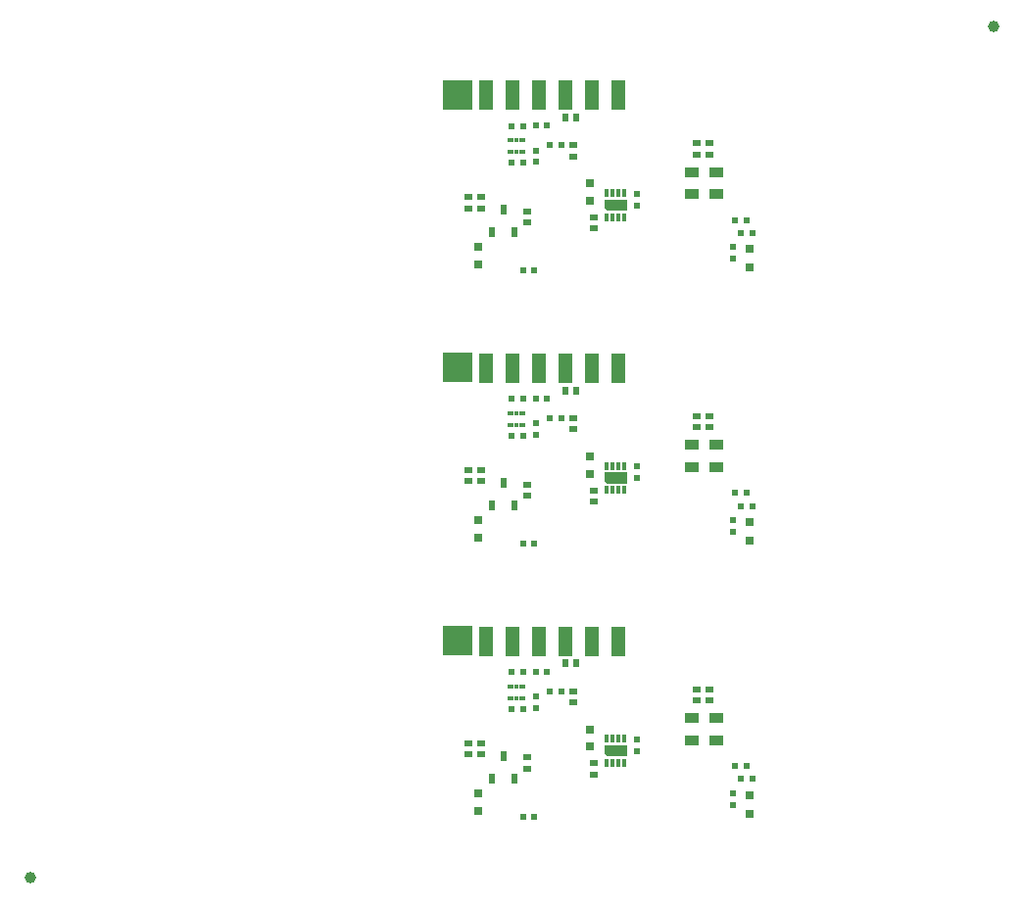
<source format=gtp>
G04*
G04 #@! TF.GenerationSoftware,Altium Limited,Altium Designer,19.1.7 (138)*
G04*
G04 Layer_Color=8421504*
%FSAX25Y25*%
%MOIN*%
G70*
G01*
G75*
%ADD10C,0.03937*%
%ADD11R,0.02520X0.02362*%
%ADD12R,0.01890X0.03740*%
%ADD13R,0.09843X0.09843*%
%ADD14R,0.03150X0.03150*%
%ADD15R,0.02362X0.01968*%
%ADD16R,0.01968X0.01575*%
%ADD17R,0.01181X0.01575*%
%ADD18R,0.04724X0.09843*%
%ADD19R,0.01968X0.02362*%
%ADD20R,0.01181X0.02756*%
%ADD21R,0.01968X0.01968*%
%ADD22R,0.02362X0.02520*%
%ADD23R,0.05118X0.03543*%
G36*
X0329784Y0343798D02*
X0329783Y0343502D01*
X0329783Y0340058D01*
X0323091Y0340059D01*
X0322106Y0341042D01*
X0322106Y0343508D01*
X0322107Y0343799D01*
X0329784Y0343798D01*
D02*
G37*
G36*
Y0250885D02*
X0329783Y0250589D01*
X0329783Y0247145D01*
X0323091Y0247145D01*
X0322106Y0248129D01*
X0322106Y0250594D01*
X0322107Y0250886D01*
X0329784Y0250885D01*
D02*
G37*
G36*
Y0157971D02*
X0329783Y0157676D01*
X0329783Y0154232D01*
X0323091Y0154232D01*
X0322106Y0155215D01*
X0322106Y0157681D01*
X0322107Y0157973D01*
X0329784Y0157971D01*
D02*
G37*
D10*
X0126772Y0112992D02*
D03*
X0454528Y0402559D02*
D03*
D11*
X0295787Y0339763D02*
D03*
Y0335984D02*
D03*
X0353465Y0362913D02*
D03*
Y0359133D02*
D03*
X0357992Y0362913D02*
D03*
Y0359133D02*
D03*
X0275787Y0340787D02*
D03*
Y0344566D02*
D03*
X0280276Y0340826D02*
D03*
Y0344606D02*
D03*
X0311575Y0362244D02*
D03*
Y0358464D02*
D03*
X0318583Y0337755D02*
D03*
Y0333976D02*
D03*
X0295787Y0246850D02*
D03*
Y0243070D02*
D03*
X0353465Y0270000D02*
D03*
Y0266220D02*
D03*
X0357992Y0270000D02*
D03*
Y0266220D02*
D03*
X0275787Y0247873D02*
D03*
Y0251653D02*
D03*
X0280276Y0247913D02*
D03*
Y0251692D02*
D03*
X0311575Y0269330D02*
D03*
Y0265551D02*
D03*
X0318583Y0244842D02*
D03*
Y0241062D02*
D03*
X0295787Y0153936D02*
D03*
Y0150157D02*
D03*
X0353465Y0177086D02*
D03*
Y0173307D02*
D03*
X0357992Y0177086D02*
D03*
Y0173307D02*
D03*
X0275787Y0154960D02*
D03*
Y0158740D02*
D03*
X0280276Y0154999D02*
D03*
Y0158779D02*
D03*
X0311575Y0176417D02*
D03*
Y0172637D02*
D03*
X0318583Y0151929D02*
D03*
Y0148149D02*
D03*
D12*
X0283976Y0332598D02*
D03*
X0291614D02*
D03*
X0287795Y0340236D02*
D03*
X0283976Y0239685D02*
D03*
X0291614D02*
D03*
X0287795Y0247322D02*
D03*
X0283976Y0146771D02*
D03*
X0291614D02*
D03*
X0287795Y0154409D02*
D03*
D13*
X0272047Y0379448D02*
D03*
Y0286535D02*
D03*
Y0193622D02*
D03*
D14*
X0279055Y0321614D02*
D03*
Y0327519D02*
D03*
X0371457Y0320669D02*
D03*
Y0326968D02*
D03*
X0317283Y0349291D02*
D03*
Y0343385D02*
D03*
X0279055Y0228700D02*
D03*
Y0234606D02*
D03*
X0371457Y0227755D02*
D03*
Y0234055D02*
D03*
X0317283Y0256377D02*
D03*
Y0250472D02*
D03*
X0279055Y0135787D02*
D03*
Y0141692D02*
D03*
X0371457Y0134842D02*
D03*
Y0141141D02*
D03*
X0317283Y0163464D02*
D03*
Y0157559D02*
D03*
D15*
X0365866Y0323661D02*
D03*
Y0327598D02*
D03*
X0298819Y0356574D02*
D03*
Y0360511D02*
D03*
X0333268Y0345787D02*
D03*
Y0341850D02*
D03*
X0365866Y0230748D02*
D03*
Y0234684D02*
D03*
X0298819Y0263661D02*
D03*
Y0267598D02*
D03*
X0333268Y0252873D02*
D03*
Y0248937D02*
D03*
X0365866Y0137834D02*
D03*
Y0141771D02*
D03*
X0298819Y0170747D02*
D03*
Y0174685D02*
D03*
X0333268Y0159960D02*
D03*
Y0156023D02*
D03*
D16*
X0294291Y0359999D02*
D03*
X0290118D02*
D03*
X0294291Y0363936D02*
D03*
X0290118D02*
D03*
X0294291Y0267086D02*
D03*
X0290118D02*
D03*
X0294291Y0271023D02*
D03*
X0290118D02*
D03*
X0294291Y0174173D02*
D03*
X0290118D02*
D03*
X0294291Y0178110D02*
D03*
X0290118D02*
D03*
D17*
X0292205Y0359999D02*
D03*
Y0363936D02*
D03*
Y0267086D02*
D03*
Y0271023D02*
D03*
Y0174173D02*
D03*
Y0178110D02*
D03*
D18*
X0308858Y0379330D02*
D03*
X0299803D02*
D03*
X0290748D02*
D03*
X0281693Y0379330D02*
D03*
X0326968Y0379330D02*
D03*
X0317913D02*
D03*
X0308858Y0286417D02*
D03*
X0299803D02*
D03*
X0290748D02*
D03*
X0281693Y0286417D02*
D03*
X0326968Y0286417D02*
D03*
X0317913D02*
D03*
X0308858Y0193503D02*
D03*
X0299803D02*
D03*
X0290748D02*
D03*
X0281693Y0193503D02*
D03*
X0326968Y0193503D02*
D03*
X0317913D02*
D03*
D19*
X0294567Y0356299D02*
D03*
X0290630D02*
D03*
X0307401Y0362244D02*
D03*
X0303465D02*
D03*
X0294528Y0368818D02*
D03*
X0290591D02*
D03*
X0302638Y0368897D02*
D03*
X0298701D02*
D03*
X0370512Y0336810D02*
D03*
X0366575D02*
D03*
X0372441Y0332362D02*
D03*
X0368504D02*
D03*
X0298307Y0319606D02*
D03*
X0294370D02*
D03*
X0294567Y0263385D02*
D03*
X0290630D02*
D03*
X0307401Y0269330D02*
D03*
X0303465D02*
D03*
X0294528Y0275905D02*
D03*
X0290591D02*
D03*
X0302638Y0275984D02*
D03*
X0298701D02*
D03*
X0370512Y0243897D02*
D03*
X0366575D02*
D03*
X0372441Y0239448D02*
D03*
X0368504D02*
D03*
X0298307Y0226692D02*
D03*
X0294370D02*
D03*
X0294567Y0170472D02*
D03*
X0290630D02*
D03*
X0307401Y0176417D02*
D03*
X0303465D02*
D03*
X0294528Y0182992D02*
D03*
X0290591D02*
D03*
X0302638Y0183070D02*
D03*
X0298701D02*
D03*
X0370512Y0150984D02*
D03*
X0366575D02*
D03*
X0372441Y0146535D02*
D03*
X0368504D02*
D03*
X0298307Y0133779D02*
D03*
X0294370D02*
D03*
D20*
X0322992Y0337795D02*
D03*
X0324961D02*
D03*
X0326929D02*
D03*
X0328898D02*
D03*
Y0346062D02*
D03*
X0326929D02*
D03*
X0324961D02*
D03*
X0322992D02*
D03*
Y0244881D02*
D03*
X0324961D02*
D03*
X0326929D02*
D03*
X0328898D02*
D03*
Y0253149D02*
D03*
X0326929D02*
D03*
X0324961D02*
D03*
X0322992D02*
D03*
Y0151968D02*
D03*
X0324961D02*
D03*
X0326929D02*
D03*
X0328898D02*
D03*
Y0160236D02*
D03*
X0326929D02*
D03*
X0324961D02*
D03*
X0322992D02*
D03*
D21*
X0325945Y0341929D02*
D03*
Y0249015D02*
D03*
Y0156102D02*
D03*
D22*
X0312598Y0371692D02*
D03*
X0308819D02*
D03*
X0312598Y0278779D02*
D03*
X0308819D02*
D03*
X0312598Y0185866D02*
D03*
X0308819D02*
D03*
D23*
X0360236Y0353149D02*
D03*
Y0345669D02*
D03*
X0351693Y0353149D02*
D03*
Y0345669D02*
D03*
X0360236Y0260236D02*
D03*
Y0252755D02*
D03*
X0351693Y0260236D02*
D03*
Y0252755D02*
D03*
X0360236Y0167322D02*
D03*
Y0159842D02*
D03*
X0351693Y0167322D02*
D03*
Y0159842D02*
D03*
M02*

</source>
